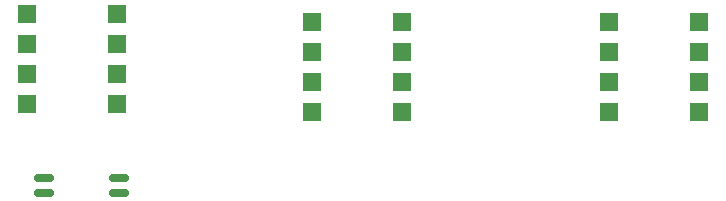
<source format=gbr>
%TF.GenerationSoftware,KiCad,Pcbnew,8.0.6*%
%TF.CreationDate,2024-11-12T11:26:50-05:00*%
%TF.ProjectId,Lab8 Schematic,4c616238-2053-4636-9865-6d617469632e,rev?*%
%TF.SameCoordinates,Original*%
%TF.FileFunction,Paste,Top*%
%TF.FilePolarity,Positive*%
%FSLAX46Y46*%
G04 Gerber Fmt 4.6, Leading zero omitted, Abs format (unit mm)*
G04 Created by KiCad (PCBNEW 8.0.6) date 2024-11-12 11:26:50*
%MOMM*%
%LPD*%
G01*
G04 APERTURE LIST*
G04 Aperture macros list*
%AMRoundRect*
0 Rectangle with rounded corners*
0 $1 Rounding radius*
0 $2 $3 $4 $5 $6 $7 $8 $9 X,Y pos of 4 corners*
0 Add a 4 corners polygon primitive as box body*
4,1,4,$2,$3,$4,$5,$6,$7,$8,$9,$2,$3,0*
0 Add four circle primitives for the rounded corners*
1,1,$1+$1,$2,$3*
1,1,$1+$1,$4,$5*
1,1,$1+$1,$6,$7*
1,1,$1+$1,$8,$9*
0 Add four rect primitives between the rounded corners*
20,1,$1+$1,$2,$3,$4,$5,0*
20,1,$1+$1,$4,$5,$6,$7,0*
20,1,$1+$1,$6,$7,$8,$9,0*
20,1,$1+$1,$8,$9,$2,$3,0*%
G04 Aperture macros list end*
%ADD10R,1.600000X1.600000*%
%ADD11RoundRect,0.150000X-0.662500X-0.150000X0.662500X-0.150000X0.662500X0.150000X-0.662500X0.150000X0*%
G04 APERTURE END LIST*
D10*
%TO.C,U2*%
X131620000Y-50310000D03*
X131620000Y-47770000D03*
X131620000Y-45230000D03*
X131620000Y-42690000D03*
X124000000Y-42690000D03*
X124000000Y-45230000D03*
X124000000Y-47770000D03*
X124000000Y-50310000D03*
%TD*%
D11*
%TO.C,U4*%
X101312500Y-55865000D03*
X101312500Y-57135000D03*
X107687500Y-57135000D03*
X107687500Y-55865000D03*
%TD*%
D10*
%TO.C,U1*%
X107500000Y-49620000D03*
X107500000Y-47080000D03*
X107500000Y-44540000D03*
X107500000Y-42000000D03*
X99880000Y-42000000D03*
X99880000Y-44540000D03*
X99880000Y-47080000D03*
X99880000Y-49620000D03*
%TD*%
%TO.C,U3*%
X156810000Y-50310000D03*
X156810000Y-47770000D03*
X156810000Y-45230000D03*
X156810000Y-42690000D03*
X149190000Y-42690000D03*
X149190000Y-45230000D03*
X149190000Y-47770000D03*
X149190000Y-50310000D03*
%TD*%
M02*

</source>
